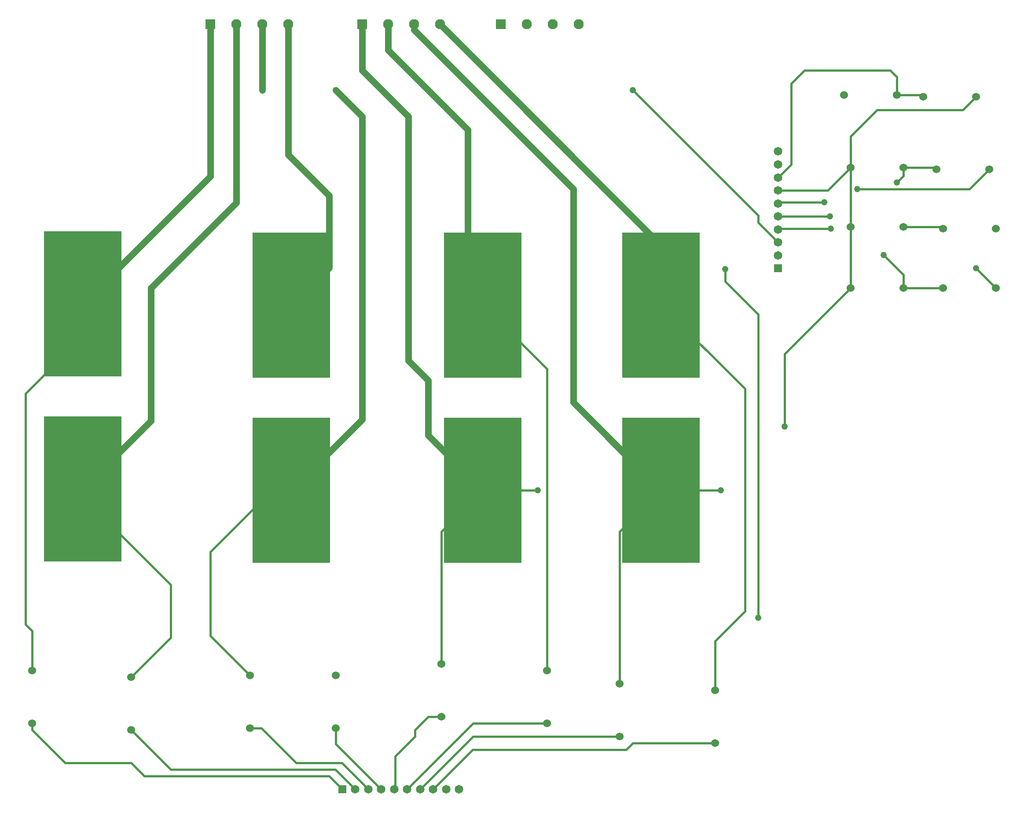
<source format=gbr>
G04 EasyPC Gerber Version 21.0.3 Build 4286 *
G04 #@! TF.Part,Single*
G04 #@! TF.FileFunction,Copper,L1,Top *
G04 #@! TF.FilePolarity,Positive *
%FSLAX35Y35*%
%MOIN*%
G04 #@! TA.AperFunction,SMDPad*
%ADD117R,0.59055X1.10236*%
G04 #@! TA.AperFunction,ComponentPad*
%ADD78R,0.06496X0.06496*%
%ADD71R,0.07677X0.07677*%
G04 #@! TD.AperFunction*
%ADD27C,0.01500*%
G04 #@! TA.AperFunction,ViaPad*
%ADD28C,0.04800*%
G04 #@! TD.AperFunction*
%ADD118C,0.05000*%
G04 #@! TA.AperFunction,ComponentPad*
%ADD23C,0.06000*%
%ADD79C,0.06496*%
%ADD20C,0.07677*%
X0Y0D02*
D02*
D71*
X147750Y590250D03*
X262750D03*
X367750D03*
D02*
D20*
X167435D03*
X187120D03*
X206805D03*
X282435D03*
X302120D03*
X321805D03*
X387435D03*
X407120D03*
X426805D03*
D02*
D23*
X12750Y60250D03*
Y100250D03*
X87750Y55250D03*
Y95250D03*
X177750Y56500D03*
Y96500D03*
X242750Y56500D03*
Y96500D03*
X322750Y65250D03*
Y105250D03*
X402750Y60250D03*
Y100250D03*
X457750Y50250D03*
Y90250D03*
X530250Y45250D03*
Y85250D03*
X627750Y536500D03*
X632750Y390250D03*
Y436500D03*
Y481500D03*
X667750Y536500D03*
X672750Y390250D03*
Y436500D03*
Y481500D03*
X687750Y535250D03*
X697750Y480250D03*
X702750Y390250D03*
Y435250D03*
X727750Y535250D03*
X737750Y480250D03*
X742750Y390250D03*
Y435250D03*
D02*
D27*
X12750Y60250D02*
Y55250D01*
X37750Y30250*
X87750*
X97750Y20250*
X237750*
X247750Y10250*
X51175Y238124D02*
Y231825D01*
X117750Y165250*
Y125250*
X87750Y95250*
X51175Y378380D02*
Y353675D01*
X7750Y310250*
Y135250*
X12750Y130250*
Y100250*
X87750Y55250D02*
X117750Y25250D01*
X242593*
X257593Y10250*
X177750Y56500D02*
X186500D01*
X212750Y30250*
X247435*
X267435Y10250*
X209325Y237120D02*
X194620D01*
X147750Y190250*
Y126500*
X177750Y96500*
X209325Y377376D02*
X215624D01*
X242750Y56500D02*
Y44778D01*
X277278Y10250*
X302120Y590250D02*
Y585880D01*
X322750Y65250D02*
X312750D01*
X302750Y55250*
Y50250*
X287750Y35250*
Y10880*
X287120Y10250*
X322750Y105250D02*
Y205545D01*
X354325Y237120*
X342750Y388951D02*
X354325Y377376D01*
Y237120D02*
X395880D01*
X402750Y60250D02*
X346963D01*
X296963Y10250*
X402750Y100250D02*
Y328951D01*
X354325Y377376*
X457750Y50250D02*
X346805D01*
X306805Y10250*
X457750Y90250D02*
Y205545D01*
X489325Y237120*
X467750Y540250D02*
X562750Y445250D01*
Y439935*
X577750Y424935*
X489325Y237120D02*
X534620D01*
X530250Y45250D02*
X467750D01*
X462750Y40250*
X346648*
X316648Y10250*
X530250Y85250D02*
Y122750D01*
X552750Y145250*
Y313951*
X489325Y377376*
X562750Y140250D02*
Y370250D01*
X537750Y395250*
Y404620*
X577750Y444620D02*
X617120D01*
X577750Y464305D02*
X615555D01*
X632750Y481500*
X582750Y285250D02*
Y340250D01*
X632750Y390250*
X612750Y455250D02*
X578537D01*
X577750Y454463*
X617750Y435250D02*
X578222D01*
X577750Y434778*
X632750Y436500D02*
Y390250D01*
Y481500D02*
Y505250D01*
X652750Y525250*
X717750*
X727750Y535250*
X632750Y481500D02*
Y436500D01*
X637750Y465250D02*
X722750D01*
X737750Y480250*
X667750Y536500D02*
Y550250D01*
X662750Y555250*
X597750*
X587750Y545250*
Y484148*
X577750Y474148*
X667750Y536500D02*
X686500D01*
X687750Y535250*
X672750Y390250D02*
Y400250D01*
X657750Y415250*
X672750Y390250D02*
X702750D01*
X672750Y436500D02*
X701500D01*
X702750Y435250*
X672750Y481500D02*
Y475250D01*
X667750Y470250*
X672750Y481500D02*
X696500D01*
X697750Y480250*
X742750Y390250D02*
X727750Y405250D01*
D02*
D28*
X147750Y515250D03*
X187120Y540250D03*
X215624Y377376D03*
X242750Y540250D03*
X395880Y237120D03*
X467750Y540250D03*
X534620Y237120D03*
X537750Y404620D03*
X562750Y140250D03*
X582750Y285250D03*
X612750Y455250D03*
X617120Y444620D03*
X617750Y435250D03*
X637750Y465250D03*
X657750Y415250D03*
X667750Y470250D03*
X727750Y405250D03*
D02*
D78*
X247750Y10250D03*
X577750Y405250D03*
D02*
D79*
X257593Y10250D03*
X267435D03*
X277278D03*
X287120D03*
X296963D03*
X306805D03*
X316648D03*
X326490D03*
X336333D03*
X577750Y415093D03*
Y424935D03*
Y434778D03*
Y444620D03*
Y454463D03*
Y464305D03*
Y474148D03*
Y483990D03*
Y493833D03*
D02*
D117*
X51175Y238124D03*
Y378380D03*
X209325Y237120D03*
Y377376D03*
X354325Y237120D03*
Y377376D03*
X489325Y237120D03*
Y377376D03*
D02*
D118*
X147750Y515250D02*
Y474955D01*
X51175Y378380*
X147750Y590250D02*
Y515250D01*
X167435Y590250D02*
Y454935D01*
X102750Y390250*
Y289699*
X51175Y238124*
X187120Y590250D02*
Y540250D01*
X206805Y590250D02*
Y491195D01*
X237750Y460250*
Y405801*
X209325Y377376*
X242750Y540250D02*
X262750Y520250D01*
Y290545*
X209325Y237120*
X262750Y590250D02*
Y555250D01*
X297750Y520250*
Y335250*
X312750Y320250*
Y278695*
X354325Y237120*
X282435Y590250D02*
Y570565D01*
X342750Y510250*
Y388951*
X302120Y585880D02*
X422750Y465250D01*
Y303695*
X489325Y237120*
Y377376D02*
Y422730D01*
X321805Y590250*
X0Y0D02*
M02*

</source>
